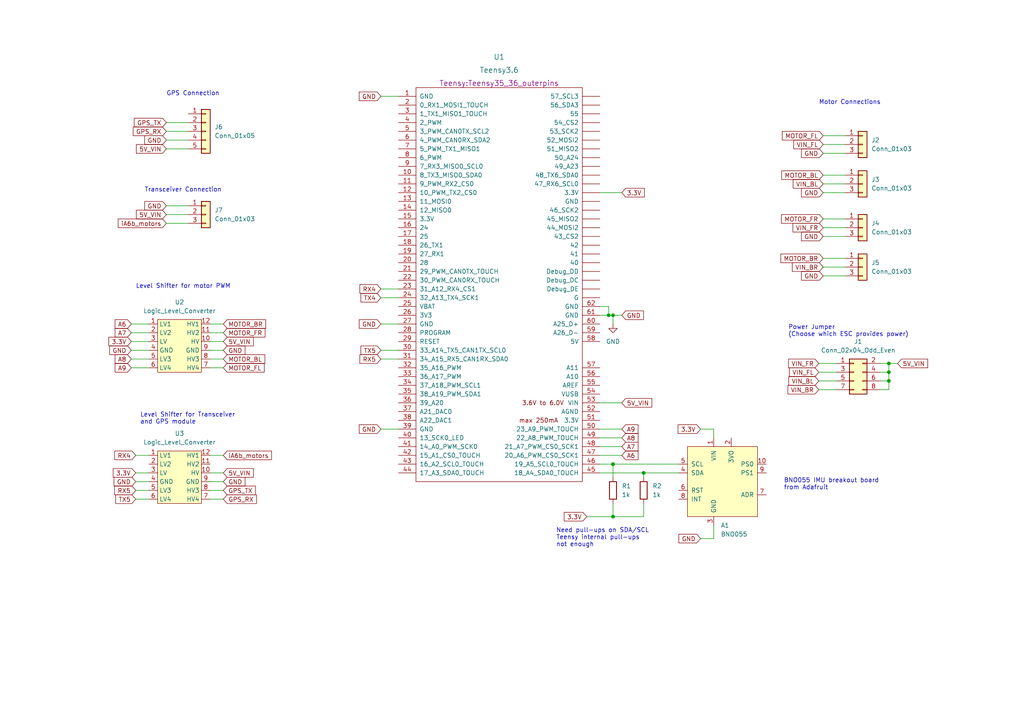
<source format=kicad_sch>
(kicad_sch (version 20211123) (generator eeschema)
  (paper "A4")
  (lib_symbols
    (symbol "Connector_Generic:Conn_01x03" (pin_names (offset 1.016) hide)
      (property "Reference" "J" (at 0 5.08 0))
      (property "Value" "Conn_01x03" (at 0 -5.08 0))
      (symbol "Conn_01x03_1_1"
        (rectangle (start -1.27 -2.413) (end 0 -2.667) (stroke (width 0.1524)))
        (rectangle (start -1.27 0.127) (end 0 -0.127) (stroke (width 0.1524)))
        (rectangle (start -1.27 2.667) (end 0 2.413) (stroke (width 0.1524)))
        (rectangle (start -1.27 3.81) (end 1.27 -3.81) (stroke (width 0.254)) (fill (type background)))
        (pin passive line (at -5.08 2.54 0) (length 3.81) (name "Pin_1") (number "1"))
        (pin passive line (at -5.08 0 0) (length 3.81) (name "Pin_2") (number "2"))
        (pin passive line (at -5.08 -2.54 0) (length 3.81) (name "Pin_3") (number "3"))
      )
    )
    (symbol "Connector_Generic:Conn_01x05" (pin_names (offset 1.016) hide)
      (property "Reference" "J" (at 0 7.62 0))
      (property "Value" "Conn_01x05" (at 0 -7.62 0))
      (symbol "Conn_01x05_1_1"
        (rectangle (start -1.27 -4.953) (end 0 -5.207) (stroke (width 0.1524)))
        (rectangle (start -1.27 -2.413) (end 0 -2.667) (stroke (width 0.1524)))
        (rectangle (start -1.27 0.127) (end 0 -0.127) (stroke (width 0.1524)))
        (rectangle (start -1.27 2.667) (end 0 2.413) (stroke (width 0.1524)))
        (rectangle (start -1.27 5.207) (end 0 4.953) (stroke (width 0.1524)))
        (rectangle (start -1.27 6.35) (end 1.27 -6.35) (stroke (width 0.254)) (fill (type background)))
        (pin passive line (at -5.08 5.08 0) (length 3.81) (name "Pin_1") (number "1"))
        (pin passive line (at -5.08 2.54 0) (length 3.81) (name "Pin_2") (number "2"))
        (pin passive line (at -5.08 0 0) (length 3.81) (name "Pin_3") (number "3"))
        (pin passive line (at -5.08 -2.54 0) (length 3.81) (name "Pin_4") (number "4"))
        (pin passive line (at -5.08 -5.08 0) (length 3.81) (name "Pin_5") (number "5"))
      )
    )
    (symbol "Connector_Generic:Conn_02x04_Odd_Even" (pin_names (offset 1.016) hide)
      (property "Reference" "J" (at 1.27 5.08 0))
      (property "Value" "Conn_02x04_Odd_Even" (at 1.27 -7.62 0))
      (symbol "Conn_02x04_Odd_Even_1_1"
        (rectangle (start -1.27 -4.953) (end 0 -5.207) (stroke (width 0.1524)))
        (rectangle (start -1.27 -2.413) (end 0 -2.667) (stroke (width 0.1524)))
        (rectangle (start -1.27 0.127) (end 0 -0.127) (stroke (width 0.1524)))
        (rectangle (start -1.27 2.667) (end 0 2.413) (stroke (width 0.1524)))
        (rectangle (start -1.27 3.81) (end 3.81 -6.35) (stroke (width 0.254)) (fill (type background)))
        (rectangle (start 3.81 -4.953) (end 2.54 -5.207) (stroke (width 0.1524)))
        (rectangle (start 3.81 -2.413) (end 2.54 -2.667) (stroke (width 0.1524)))
        (rectangle (start 3.81 0.127) (end 2.54 -0.127) (stroke (width 0.1524)))
        (rectangle (start 3.81 2.667) (end 2.54 2.413) (stroke (width 0.1524)))
        (pin passive line (at -5.08 2.54 0) (length 3.81) (name "Pin_1") (number "1"))
        (pin passive line (at 7.62 2.54 180) (length 3.81) (name "Pin_2") (number "2"))
        (pin passive line (at -5.08 0 0) (length 3.81) (name "Pin_3") (number "3"))
        (pin passive line (at 7.62 0 180) (length 3.81) (name "Pin_4") (number "4"))
        (pin passive line (at -5.08 -2.54 0) (length 3.81) (name "Pin_5") (number "5"))
        (pin passive line (at 7.62 -2.54 180) (length 3.81) (name "Pin_6") (number "6"))
        (pin passive line (at -5.08 -5.08 0) (length 3.81) (name "Pin_7") (number "7"))
        (pin passive line (at 7.62 -5.08 180) (length 3.81) (name "Pin_8") (number "8"))
      )
    )
    (symbol "Device:R" (pin_numbers hide) (pin_names (offset 0))
      (property "Reference" "R" (at 2.032 0 90))
      (property "Value" "R" (at 0 0 90))
      (symbol "R_0_1"
        (rectangle (start -1.016 -2.54) (end 1.016 2.54) (stroke (width 0.254)))
      )
      (symbol "R_1_1"
        (pin passive line (at 0 3.81 270) (length 1.27) (name "~") (number "1"))
        (pin passive line (at 0 -3.81 90) (length 1.27) (name "~") (number "2"))
      )
    )
    (symbol "KleiCad:Logic_Level_Converter"
      (property "Reference" "U?" (at 0 3.81 0))
      (property "Value" "Logic_Level_Converter" (at 0 1.27 0))
      (symbol "Logic_Level_Converter_0_1"
        (rectangle (start -6.35 -1.27) (end 6.35 -16.51) (fill (type background)))
      )
      (symbol "Logic_Level_Converter_1_1"
        (pin bidirectional line (at -8.89 -2.54 0) (length 2.54) (name "LV1") (number "1"))
        (pin power_in line (at 8.89 -7.62 180) (length 2.54) (name "HV") (number "10"))
        (pin bidirectional line (at 8.89 -5.08 180) (length 2.54) (name "HV2") (number "11"))
        (pin bidirectional line (at 8.89 -2.54 180) (length 2.54) (name "HV1") (number "12"))
        (pin bidirectional line (at -8.89 -5.08 0) (length 2.54) (name "LV2") (number "2"))
        (pin power_in line (at -8.89 -7.62 0) (length 2.54) (name "LV") (number "3"))
        (pin input line (at -8.89 -10.16 0) (length 2.54) (name "GND") (number "4"))
        (pin bidirectional line (at -8.89 -12.7 0) (length 2.54) (name "LV3") (number "5"))
        (pin bidirectional line (at -8.89 -15.24 0) (length 2.54) (name "LV4") (number "6"))
        (pin bidirectional line (at 8.89 -15.24 180) (length 2.54) (name "HV4") (number "7"))
        (pin bidirectional line (at 8.89 -12.7 180) (length 2.54) (name "HV3") (number "8"))
        (pin input line (at 8.89 -10.16 180) (length 2.54) (name "GND") (number "9"))
      )
    )
    (symbol "SCR:BNO055" (pin_names (offset 1.016))
      (property "Reference" "A" (at -8.89 11.43 0))
      (property "Value" "BNO055" (at 0 0 0))
      (symbol "BNO055_0_1"
        (rectangle (start -10.16 10.16) (end 10.16 -10.16) (fill (type background)))
      )
      (symbol "BNO055_1_1"
        (pin power_in line (at -2.54 12.7 270) (length 2.54) (name "VIN") (number "1"))
        (pin input line (at 12.7 5.08 180) (length 2.54) (name "PS0") (number "10"))
        (pin power_out line (at 2.54 12.7 270) (length 2.54) (name "3VO") (number "2"))
        (pin power_in line (at -2.54 -12.7 90) (length 2.54) (name "GND") (number "3"))
        (pin bidirectional line (at -12.7 2.54 0) (length 2.54) (name "SDA") (number "4"))
        (pin bidirectional line (at -12.7 5.08 0) (length 2.54) (name "SCL") (number "5"))
        (pin input line (at -12.7 -2.54 0) (length 2.54) (name "RST") (number "6"))
        (pin input line (at 12.7 -3.81 180) (length 2.54) (name "ADR") (number "7"))
        (pin output line (at -12.7 -5.08 0) (length 2.54) (name "INT") (number "8"))
        (pin input line (at 12.7 2.54 180) (length 2.54) (name "PS1") (number "9"))
      )
    )
    (symbol "Teensy:Teensy3.6" (pin_names (offset 1.016))
      (property "Reference" "U" (at 0 59.69 0))
      (property "Value" "Teensy3.6" (at 0 -59.69 0))
      (symbol "Teensy3.6_0_0"
        (rectangle (start -24.13 57.15) (end 24.13 -57.15))
        (text "3.6V to 6.0V" (at 12.7 -34.29 0) (effects (font (size 1.27 1.27))))
        (text "max 250mA" (at 11.43 -39.37 0) (effects (font (size 1.27 1.27))))
      )
      (symbol "Teensy3.6_1_1"
        (pin power_in line (at -29.21 54.61 0) (length 5.08) (name "GND") (number "1"))
        (pin bidirectional line (at -29.21 31.75 0) (length 5.08) (name "8_TX3_MISO0_SDA0") (number "10"))
        (pin bidirectional line (at -29.21 29.21 0) (length 5.08) (name "9_PWM_RX2_CS0") (number "11"))
        (pin bidirectional line (at -29.21 26.67 0) (length 5.08) (name "10_PWM_TX2_CS0") (number "12"))
        (pin bidirectional line (at -29.21 24.13 0) (length 5.08) (name "11_MOSI0") (number "13"))
        (pin bidirectional line (at -29.21 21.59 0) (length 5.08) (name "12_MISO0") (number "14"))
        (pin power_in line (at -29.21 19.05 0) (length 5.08) (name "3.3V") (number "15"))
        (pin bidirectional line (at -29.21 16.51 0) (length 5.08) (name "24") (number "16"))
        (pin bidirectional line (at -29.21 13.97 0) (length 5.08) (name "25") (number "17"))
        (pin bidirectional line (at -29.21 11.43 0) (length 5.08) (name "26_TX1") (number "18"))
        (pin bidirectional line (at -29.21 8.89 0) (length 5.08) (name "27_RX1") (number "19"))
        (pin bidirectional line (at -29.21 52.07 0) (length 5.08) (name "0_RX1_MOSI1_TOUCH") (number "2"))
        (pin bidirectional line (at -29.21 6.35 0) (length 5.08) (name "28") (number "20"))
        (pin bidirectional line (at -29.21 3.81 0) (length 5.08) (name "29_PWM_CAN0TX_TOUCH") (number "21"))
        (pin bidirectional line (at -29.21 1.27 0) (length 5.08) (name "30_PWM_CAN0RX_TOUCH") (number "22"))
        (pin bidirectional line (at -29.21 -1.27 0) (length 5.08) (name "31_A12_RX4_CS1") (number "23"))
        (pin bidirectional line (at -29.21 -3.81 0) (length 5.08) (name "32_A13_TX4_SCK1") (number "24"))
        (pin power_in line (at -29.21 -6.35 0) (length 5.08) (name "VBAT") (number "25"))
        (pin power_in line (at -29.21 -8.89 0) (length 5.08) (name "3V3") (number "26"))
        (pin power_in line (at -29.21 -11.43 0) (length 5.08) (name "GND") (number "27"))
        (pin input line (at -29.21 -13.97 0) (length 5.08) (name "PROGRAM") (number "28"))
        (pin input line (at -29.21 -16.51 0) (length 5.08) (name "RESET") (number "29"))
        (pin bidirectional line (at -29.21 49.53 0) (length 5.08) (name "1_TX1_MISO1_TOUCH") (number "3"))
        (pin bidirectional line (at -29.21 -19.05 0) (length 5.08) (name "33_A14_TX5_CAN1TX_SCL0") (number "30"))
        (pin bidirectional line (at -29.21 -21.59 0) (length 5.08) (name "34_A15_RX5_CAN1RX_SDA0") (number "31"))
        (pin bidirectional line (at -29.21 -24.13 0) (length 5.08) (name "35_A16_PWM") (number "32"))
        (pin bidirectional line (at -29.21 -26.67 0) (length 5.08) (name "36_A17_PWM") (number "33"))
        (pin bidirectional line (at -29.21 -29.21 0) (length 5.08) (name "37_A18_PWM_SCL1") (number "34"))
        (pin bidirectional line (at -29.21 -31.75 0) (length 5.08) (name "38_A19_PWM_SDA1") (number "35"))
        (pin bidirectional line (at -29.21 -34.29 0) (length 5.08) (name "39_A20") (number "36"))
        (pin bidirectional line (at -29.21 -36.83 0) (length 5.08) (name "A21_DAC0") (number "37"))
        (pin bidirectional line (at -29.21 -39.37 0) (length 5.08) (name "A22_DAC1") (number "38"))
        (pin power_in line (at -29.21 -41.91 0) (length 5.08) (name "GND") (number "39"))
        (pin bidirectional line (at -29.21 46.99 0) (length 5.08) (name "2_PWM") (number "4"))
        (pin bidirectional line (at -29.21 -44.45 0) (length 5.08) (name "13_SCK0_LED") (number "40"))
        (pin bidirectional line (at -29.21 -46.99 0) (length 5.08) (name "14_A0_PWM_SCK0") (number "41"))
        (pin bidirectional line (at -29.21 -49.53 0) (length 5.08) (name "15_A1_CS0_TOUCH") (number "42"))
        (pin bidirectional line (at -29.21 -52.07 0) (length 5.08) (name "16_A2_SCL0_TOUCH") (number "43"))
        (pin bidirectional line (at -29.21 -54.61 0) (length 5.08) (name "17_A3_SDA0_TOUCH") (number "44"))
        (pin bidirectional line (at 29.21 -54.61 180) (length 5.08) (name "18_A4_SDA0_TOUCH") (number "45"))
        (pin bidirectional line (at 29.21 -52.07 180) (length 5.08) (name "19_A5_SCL0_TOUCH") (number "46"))
        (pin bidirectional line (at 29.21 -49.53 180) (length 5.08) (name "20_A6_PWM_CS0_SCK1") (number "47"))
        (pin bidirectional line (at 29.21 -46.99 180) (length 5.08) (name "21_A7_PWM_CS0_SCK1") (number "48"))
        (pin bidirectional line (at 29.21 -44.45 180) (length 5.08) (name "22_A8_PWM_TOUCH") (number "49"))
        (pin bidirectional line (at -29.21 44.45 0) (length 5.08) (name "3_PWM_CAN0TX_SCL2") (number "5"))
        (pin bidirectional line (at 29.21 -41.91 180) (length 5.08) (name "23_A9_PWM_TOUCH") (number "50"))
        (pin power_out line (at 29.21 -39.37 180) (length 5.08) (name "3.3V") (number "51"))
        (pin power_out line (at 29.21 -36.83 180) (length 5.08) (name "AGND") (number "52"))
        (pin power_in line (at 29.21 -34.29 180) (length 5.08) (name "VIN") (number "53"))
        (pin power_in line (at 29.21 -31.75 180) (length 5.08) (name "VUSB") (number "54"))
        (pin input line (at 29.21 -29.21 180) (length 5.08) (name "AREF") (number "55"))
        (pin bidirectional line (at 29.21 -26.67 180) (length 5.08) (name "A10") (number "56"))
        (pin bidirectional line (at 29.21 -24.13 180) (length 5.08) (name "A11") (number "57"))
        (pin power_in line (at 29.21 -16.51 180) (length 5.08) (name "5V") (number "58"))
        (pin bidirectional line (at 29.21 -13.97 180) (length 5.08) (name "A26_D-") (number "59"))
        (pin bidirectional line (at -29.21 41.91 0) (length 5.08) (name "4_PWM_CAN0RX_SDA2") (number "6"))
        (pin bidirectional line (at 29.21 -11.43 180) (length 5.08) (name "A25_D+") (number "60"))
        (pin power_in line (at 29.21 -8.89 180) (length 5.08) (name "GND") (number "61"))
        (pin power_in line (at 29.21 -6.35 180) (length 5.08) (name "GND") (number "62"))
        (pin bidirectional line (at -29.21 39.37 0) (length 5.08) (name "5_PWM_TX1_MISO1") (number "7"))
        (pin bidirectional line (at -29.21 36.83 0) (length 5.08) (name "6_PWM") (number "8"))
        (pin bidirectional line (at -29.21 34.29 0) (length 5.08) (name "7_RX3_MISO0_SCL0") (number "9"))
        (pin power_in line (at 29.21 26.67 180) (length 5.08) (name "3.3V") (number "~"))
        (pin bidirectional line (at 29.21 6.35 180) (length 5.08) (name "40") (number "~"))
        (pin bidirectional line (at 29.21 8.89 180) (length 5.08) (name "41") (number "~"))
        (pin bidirectional line (at 29.21 11.43 180) (length 5.08) (name "42") (number "~"))
        (pin bidirectional line (at 29.21 13.97 180) (length 5.08) (name "43_CS2") (number "~"))
        (pin bidirectional line (at 29.21 16.51 180) (length 5.08) (name "44_MOSI2") (number "~"))
        (pin bidirectional line (at 29.21 19.05 180) (length 5.08) (name "45_MISO2") (number "~"))
        (pin bidirectional line (at 29.21 21.59 180) (length 5.08) (name "46_SCK2") (number "~"))
        (pin bidirectional line (at 29.21 29.21 180) (length 5.08) (name "47_RX6_SCL0") (number "~"))
        (pin bidirectional line (at 29.21 31.75 180) (length 5.08) (name "48_TX6_SDA0") (number "~"))
        (pin bidirectional line (at 29.21 34.29 180) (length 5.08) (name "49_A23") (number "~"))
        (pin bidirectional line (at 29.21 36.83 180) (length 5.08) (name "50_A24") (number "~"))
        (pin bidirectional line (at 29.21 39.37 180) (length 5.08) (name "51_MISO2") (number "~"))
        (pin bidirectional line (at 29.21 41.91 180) (length 5.08) (name "52_MOSI2") (number "~"))
        (pin bidirectional line (at 29.21 44.45 180) (length 5.08) (name "53_SCK2") (number "~"))
        (pin bidirectional line (at 29.21 46.99 180) (length 5.08) (name "54_CS2") (number "~"))
        (pin bidirectional line (at 29.21 49.53 180) (length 5.08) (name "55") (number "~"))
        (pin bidirectional line (at 29.21 52.07 180) (length 5.08) (name "56_SDA3") (number "~"))
        (pin bidirectional line (at 29.21 54.61 180) (length 5.08) (name "57_SCL3") (number "~"))
        (pin input line (at 29.21 1.27 180) (length 5.08) (name "Debug_DC") (number "~"))
        (pin input line (at 29.21 3.81 180) (length 5.08) (name "Debug_DD") (number "~"))
        (pin input line (at 29.21 -1.27 180) (length 5.08) (name "Debug_DE") (number "~"))
        (pin power_in line (at 29.21 -3.81 180) (length 5.08) (name "G") (number "~"))
        (pin power_in line (at 29.21 24.13 180) (length 5.08) (name "GND") (number "~"))
      )
    )
    (symbol "power:GND" (power) (pin_names (offset 0))
      (property "Value" "GND" (at 0 -3.81 0))
      (symbol "GND_0_1"
        (polyline (pts (xy 0 0) (xy 0 -1.27) (xy 1.27 -1.27) (xy 0 -2.54) (xy -1.27 -1.27) (xy 0 -1.27)))
      )
      (symbol "GND_1_1"
        (pin power_in line (at 0 0 270) (length 0) hide (name "GND") (number "1"))
      )
    )
  )
  (junction (at 257.81 107.95))
  (junction (at 257.81 110.49))
  (junction (at 186.69 137.16))
  (junction (at 257.81 105.41))
  (junction (at 177.8 91.44))
  (junction (at 177.8 134.62))
  (junction (at 176.53 91.44))
  (junction (at 177.8 149.86))
  (wire (pts (xy 257.81 113.03) (xy 257.81 110.49)))
  (wire (pts (xy 173.99 134.62) (xy 177.8 134.62)))
  (wire (pts (xy 177.8 134.62) (xy 196.85 134.62)))
  (wire (pts (xy 60.96 101.6) (xy 64.77 101.6)))
  (wire (pts (xy 238.76 55.88) (xy 245.11 55.88)))
  (wire (pts (xy 173.99 127) (xy 180.34 127)))
  (wire (pts (xy 238.76 77.47) (xy 245.11 77.47)))
  (wire (pts (xy 238.76 74.93) (xy 245.11 74.93)))
  (wire (pts (xy 207.01 124.46) (xy 207.01 127)))
  (wire (pts (xy 110.49 104.14) (xy 115.57 104.14)))
  (wire (pts (xy 173.99 137.16) (xy 186.69 137.16)))
  (wire (pts (xy 237.49 113.03) (xy 242.57 113.03)))
  (wire (pts (xy 255.27 107.95) (xy 257.81 107.95)))
  (wire (pts (xy 48.26 38.1) (xy 54.61 38.1)))
  (wire (pts (xy 238.76 66.04) (xy 245.11 66.04)))
  (wire (pts (xy 238.76 63.5) (xy 245.11 63.5)))
  (wire (pts (xy 177.8 149.86) (xy 177.8 146.05)))
  (wire (pts (xy 237.49 107.95) (xy 242.57 107.95)))
  (wire (pts (xy 39.37 144.78) (xy 43.18 144.78)))
  (wire (pts (xy 173.99 124.46) (xy 180.34 124.46)))
  (wire (pts (xy 39.37 132.08) (xy 43.18 132.08)))
  (wire (pts (xy 48.26 59.69) (xy 54.61 59.69)))
  (wire (pts (xy 207.01 156.21) (xy 207.01 152.4)))
  (wire (pts (xy 203.2 124.46) (xy 207.01 124.46)))
  (wire (pts (xy 60.96 137.16) (xy 64.77 137.16)))
  (wire (pts (xy 173.99 132.08) (xy 180.34 132.08)))
  (wire (pts (xy 238.76 50.8) (xy 245.11 50.8)))
  (wire (pts (xy 39.37 142.24) (xy 43.18 142.24)))
  (wire (pts (xy 39.37 137.16) (xy 43.18 137.16)))
  (wire (pts (xy 238.76 44.45) (xy 245.11 44.45)))
  (wire (pts (xy 257.81 105.41) (xy 260.35 105.41)))
  (wire (pts (xy 203.2 156.21) (xy 207.01 156.21)))
  (wire (pts (xy 186.69 137.16) (xy 196.85 137.16)))
  (wire (pts (xy 110.49 86.36) (xy 115.57 86.36)))
  (wire (pts (xy 237.49 105.41) (xy 242.57 105.41)))
  (wire (pts (xy 177.8 149.86) (xy 186.69 149.86)))
  (wire (pts (xy 110.49 124.46) (xy 115.57 124.46)))
  (wire (pts (xy 48.26 35.56) (xy 54.61 35.56)))
  (wire (pts (xy 170.18 149.86) (xy 177.8 149.86)))
  (wire (pts (xy 60.96 106.68) (xy 64.77 106.68)))
  (wire (pts (xy 60.96 139.7) (xy 64.77 139.7)))
  (wire (pts (xy 237.49 110.49) (xy 242.57 110.49)))
  (wire (pts (xy 176.53 88.9) (xy 176.53 91.44)))
  (wire (pts (xy 110.49 27.94) (xy 115.57 27.94)))
  (wire (pts (xy 38.1 101.6) (xy 43.18 101.6)))
  (wire (pts (xy 177.8 134.62) (xy 177.8 138.43)))
  (wire (pts (xy 39.37 139.7) (xy 43.18 139.7)))
  (wire (pts (xy 173.99 116.84) (xy 180.34 116.84)))
  (wire (pts (xy 173.99 91.44) (xy 176.53 91.44)))
  (wire (pts (xy 38.1 99.06) (xy 43.18 99.06)))
  (wire (pts (xy 176.53 91.44) (xy 177.8 91.44)))
  (wire (pts (xy 173.99 129.54) (xy 180.34 129.54)))
  (wire (pts (xy 48.26 43.18) (xy 54.61 43.18)))
  (wire (pts (xy 238.76 41.91) (xy 245.11 41.91)))
  (wire (pts (xy 257.81 105.41) (xy 257.81 107.95)))
  (wire (pts (xy 60.96 132.08) (xy 64.77 132.08)))
  (wire (pts (xy 173.99 88.9) (xy 176.53 88.9)))
  (wire (pts (xy 186.69 137.16) (xy 186.69 138.43)))
  (wire (pts (xy 60.96 93.98) (xy 64.77 93.98)))
  (wire (pts (xy 48.26 64.77) (xy 54.61 64.77)))
  (wire (pts (xy 238.76 39.37) (xy 245.11 39.37)))
  (wire (pts (xy 110.49 93.98) (xy 115.57 93.98)))
  (wire (pts (xy 255.27 105.41) (xy 257.81 105.41)))
  (wire (pts (xy 38.1 104.14) (xy 43.18 104.14)))
  (wire (pts (xy 110.49 83.82) (xy 115.57 83.82)))
  (wire (pts (xy 38.1 106.68) (xy 43.18 106.68)))
  (wire (pts (xy 38.1 93.98) (xy 43.18 93.98)))
  (wire (pts (xy 38.1 96.52) (xy 43.18 96.52)))
  (wire (pts (xy 60.96 144.78) (xy 64.77 144.78)))
  (wire (pts (xy 238.76 53.34) (xy 245.11 53.34)))
  (wire (pts (xy 186.69 146.05) (xy 186.69 149.86)))
  (wire (pts (xy 60.96 99.06) (xy 64.77 99.06)))
  (wire (pts (xy 60.96 142.24) (xy 64.77 142.24)))
  (wire (pts (xy 257.81 107.95) (xy 257.81 110.49)))
  (wire (pts (xy 173.99 55.88) (xy 180.34 55.88)))
  (wire (pts (xy 60.96 96.52) (xy 64.77 96.52)))
  (wire (pts (xy 110.49 101.6) (xy 115.57 101.6)))
  (wire (pts (xy 177.8 91.44) (xy 180.34 91.44)))
  (wire (pts (xy 48.26 40.64) (xy 54.61 40.64)))
  (wire (pts (xy 60.96 104.14) (xy 64.77 104.14)))
  (wire (pts (xy 48.26 62.23) (xy 54.61 62.23)))
  (wire (pts (xy 238.76 80.01) (xy 245.11 80.01)))
  (wire (pts (xy 238.76 68.58) (xy 245.11 68.58)))
  (wire (pts (xy 177.8 91.44) (xy 177.8 93.98)))
  (wire (pts (xy 255.27 110.49) (xy 257.81 110.49)))
  (wire (pts (xy 255.27 113.03) (xy 257.81 113.03)))
  (text "Need pull-ups on SDA/SCL\nTeensy internal pull-ups \nnot enough" (at 161.29 158.75 0) (effects (font (size 1.27 1.27)) (justify left bottom)))
  (text "Transceiver Connection" (at 41.91 55.88 0) (effects (font (size 1.27 1.27)) (justify left bottom)))
  (text "Level Shifter for motor PWM" (at 39.37 83.82 0) (effects (font (size 1.27 1.27)) (justify left bottom)))
  (text "Power Jumper\n(Choose which ESC provides power)" (at 228.6 97.79 0) (effects (font (size 1.27 1.27)) (justify left bottom)))
  (text "Level Shifter for Transceiver\nand GPS module" (at 40.64 123.19 0) (effects (font (size 1.27 1.27)) (justify left bottom)))
  (text "BNO055 IMU breakout board\nfrom Adafruit" (at 227.33 142.24 0) (effects (font (size 1.27 1.27)) (justify left bottom)))
  (text "Motor Connections" (at 237.49 30.48 0) (effects (font (size 1.27 1.27)) (justify left bottom)))
  (text "GPS Connection" (at 48.26 27.94 0) (effects (font (size 1.27 1.27)) (justify left bottom)))
  (global_label "GPS_RX" (shape input) (at 64.77 144.78 0) (property "Intersheet References" "${INTERSHEET_REFS}" (effects hide)))
  (global_label "A7" (shape input) (at 38.1 96.52 180) (property "Intersheet References" "${INTERSHEET_REFS}" (effects hide)))
  (global_label "TX5" (shape input) (at 110.49 101.6 180) (property "Intersheet References" "${INTERSHEET_REFS}" (effects hide)))
  (global_label "GND" (shape input) (at 238.76 44.45 180) (property "Intersheet References" "${INTERSHEET_REFS}" (effects hide)))
  (global_label "VIN_BL" (shape input) (at 238.76 53.34 180) (property "Intersheet References" "${INTERSHEET_REFS}" (effects hide)))
  (global_label "GND" (shape input) (at 180.34 91.44 0) (property "Intersheet References" "${INTERSHEET_REFS}" (effects hide)))
  (global_label "A7" (shape input) (at 180.34 129.54 0) (property "Intersheet References" "${INTERSHEET_REFS}" (effects hide)))
  (global_label "VIN_FL" (shape input) (at 238.76 41.91 180) (property "Intersheet References" "${INTERSHEET_REFS}" (effects hide)))
  (global_label "TX5" (shape input) (at 39.37 144.78 180) (property "Intersheet References" "${INTERSHEET_REFS}" (effects hide)))
  (global_label "MOTOR_BL" (shape input) (at 238.76 50.8 180) (property "Intersheet References" "${INTERSHEET_REFS}" (effects hide)))
  (global_label "GND" (shape input) (at 48.26 59.69 180) (property "Intersheet References" "${INTERSHEET_REFS}" (effects hide)))
  (global_label "GPS_RX" (shape input) (at 48.26 38.1 180) (property "Intersheet References" "${INTERSHEET_REFS}" (effects hide)))
  (global_label "VIN_BL" (shape input) (at 237.49 110.49 180) (property "Intersheet References" "${INTERSHEET_REFS}" (effects hide)))
  (global_label "GPS_TX" (shape input) (at 64.77 142.24 0) (property "Intersheet References" "${INTERSHEET_REFS}" (effects hide)))
  (global_label "A8" (shape input) (at 180.34 127 0) (property "Intersheet References" "${INTERSHEET_REFS}" (effects hide)))
  (global_label "GND" (shape input) (at 110.49 93.98 180) (property "Intersheet References" "${INTERSHEET_REFS}" (effects hide)))
  (global_label "5V_VIN" (shape input) (at 180.34 116.84 0) (property "Intersheet References" "${INTERSHEET_REFS}" (effects hide)))
  (global_label "3.3V" (shape input) (at 180.34 55.88 0) (property "Intersheet References" "${INTERSHEET_REFS}" (effects hide)))
  (global_label "A8" (shape input) (at 38.1 104.14 180) (property "Intersheet References" "${INTERSHEET_REFS}" (effects hide)))
  (global_label "GND" (shape input) (at 110.49 27.94 180) (property "Intersheet References" "${INTERSHEET_REFS}" (effects hide)))
  (global_label "iA6b_motors" (shape input) (at 48.26 64.77 180) (property "Intersheet References" "${INTERSHEET_REFS}" (effects hide)))
  (global_label "RX4" (shape input) (at 110.49 83.82 180) (property "Intersheet References" "${INTERSHEET_REFS}" (effects hide)))
  (global_label "MOTOR_BL" (shape input) (at 64.77 104.14 0) (property "Intersheet References" "${INTERSHEET_REFS}" (effects hide)))
  (global_label "MOTOR_FL" (shape input) (at 238.76 39.37 180) (property "Intersheet References" "${INTERSHEET_REFS}" (effects hide)))
  (global_label "MOTOR_BR" (shape input) (at 238.76 74.93 180) (property "Intersheet References" "${INTERSHEET_REFS}" (effects hide)))
  (global_label "3.3V" (shape input) (at 170.18 149.86 180) (property "Intersheet References" "${INTERSHEET_REFS}" (effects hide)))
  (global_label "A9" (shape input) (at 180.34 124.46 0) (property "Intersheet References" "${INTERSHEET_REFS}" (effects hide)))
  (global_label "5V_VIN" (shape input) (at 260.35 105.41 0) (property "Intersheet References" "${INTERSHEET_REFS}" (effects hide)))
  (global_label "VIN_FR" (shape input) (at 238.76 66.04 180) (property "Intersheet References" "${INTERSHEET_REFS}" (effects hide)))
  (global_label "GND" (shape input) (at 64.77 101.6 0) (property "Intersheet References" "${INTERSHEET_REFS}" (effects hide)))
  (global_label "GND" (shape input) (at 48.26 40.64 180) (property "Intersheet References" "${INTERSHEET_REFS}" (effects hide)))
  (global_label "MOTOR_FL" (shape input) (at 64.77 106.68 0) (property "Intersheet References" "${INTERSHEET_REFS}" (effects hide)))
  (global_label "MOTOR_FR" (shape input) (at 64.77 96.52 0) (property "Intersheet References" "${INTERSHEET_REFS}" (effects hide)))
  (global_label "GND" (shape input) (at 203.2 156.21 180) (property "Intersheet References" "${INTERSHEET_REFS}" (effects hide)))
  (global_label "TX4" (shape input) (at 110.49 86.36 180) (property "Intersheet References" "${INTERSHEET_REFS}" (effects hide)))
  (global_label "A9" (shape input) (at 38.1 106.68 180) (property "Intersheet References" "${INTERSHEET_REFS}" (effects hide)))
  (global_label "3.3V" (shape input) (at 39.37 137.16 180) (property "Intersheet References" "${INTERSHEET_REFS}" (effects hide)))
  (global_label "3.3V" (shape input) (at 203.2 124.46 180) (property "Intersheet References" "${INTERSHEET_REFS}" (effects hide)))
  (global_label "VIN_FR" (shape input) (at 237.49 105.41 180) (property "Intersheet References" "${INTERSHEET_REFS}" (effects hide)))
  (global_label "5V_VIN" (shape input) (at 48.26 62.23 180) (property "Intersheet References" "${INTERSHEET_REFS}" (effects hide)))
  (global_label "RX5" (shape input) (at 110.49 104.14 180) (property "Intersheet References" "${INTERSHEET_REFS}" (effects hide)))
  (global_label "GND" (shape input) (at 39.37 139.7 180) (property "Intersheet References" "${INTERSHEET_REFS}" (effects hide)))
  (global_label "GND" (shape input) (at 38.1 101.6 180) (property "Intersheet References" "${INTERSHEET_REFS}" (effects hide)))
  (global_label "VIN_FL" (shape input) (at 237.49 107.95 180) (property "Intersheet References" "${INTERSHEET_REFS}" (effects hide)))
  (global_label "GND" (shape input) (at 64.77 139.7 0) (property "Intersheet References" "${INTERSHEET_REFS}" (effects hide)))
  (global_label "RX5" (shape input) (at 39.37 142.24 180) (property "Intersheet References" "${INTERSHEET_REFS}" (effects hide)))
  (global_label "3.3V" (shape input) (at 38.1 99.06 180) (property "Intersheet References" "${INTERSHEET_REFS}" (effects hide)))
  (global_label "A6" (shape input) (at 38.1 93.98 180) (property "Intersheet References" "${INTERSHEET_REFS}" (effects hide)))
  (global_label "iA6b_motors" (shape input) (at 64.77 132.08 0) (property "Intersheet References" "${INTERSHEET_REFS}" (effects hide)))
  (global_label "GND" (shape input) (at 238.76 55.88 180) (property "Intersheet References" "${INTERSHEET_REFS}" (effects hide)))
  (global_label "VIN_BR" (shape input) (at 237.49 113.03 180) (property "Intersheet References" "${INTERSHEET_REFS}" (effects hide)))
  (global_label "GND" (shape input) (at 238.76 80.01 180) (property "Intersheet References" "${INTERSHEET_REFS}" (effects hide)))
  (global_label "A6" (shape input) (at 180.34 132.08 0) (property "Intersheet References" "${INTERSHEET_REFS}" (effects hide)))
  (global_label "5V_VIN" (shape input) (at 48.26 43.18 180) (property "Intersheet References" "${INTERSHEET_REFS}" (effects hide)))
  (global_label "GPS_TX" (shape input) (at 48.26 35.56 180) (property "Intersheet References" "${INTERSHEET_REFS}" (effects hide)))
  (global_label "VIN_BR" (shape input) (at 238.76 77.47 180) (property "Intersheet References" "${INTERSHEET_REFS}" (effects hide)))
  (global_label "MOTOR_BR" (shape input) (at 64.77 93.98 0) (property "Intersheet References" "${INTERSHEET_REFS}" (effects hide)))
  (global_label "GND" (shape input) (at 238.76 68.58 180) (property "Intersheet References" "${INTERSHEET_REFS}" (effects hide)))
  (global_label "5V_VIN" (shape input) (at 64.77 99.06 0) (property "Intersheet References" "${INTERSHEET_REFS}" (effects hide)))
  (global_label "5V_VIN" (shape input) (at 64.77 137.16 0) (property "Intersheet References" "${INTERSHEET_REFS}" (effects hide)))
  (global_label "RX4" (shape input) (at 39.37 132.08 180) (property "Intersheet References" "${INTERSHEET_REFS}" (effects hide)))
  (global_label "GND" (shape input) (at 110.49 124.46 180) (property "Intersheet References" "${INTERSHEET_REFS}" (effects hide)))
  (global_label "MOTOR_FR" (shape input) (at 238.76 63.5 180) (property "Intersheet References" "${INTERSHEET_REFS}" (effects hide)))
  (symbol (lib_id "SCR:BNO055") (at 209.55 139.7 0) (unit 1)
    (property "Reference" "A1" (at 209.0294 152.4 0) (effects (justify left)))
    (property "Value" "BNO055" (at 209.0294 154.94 0) (effects (justify left)))
    (property "Footprint" "SCR:BNO055" (effects hide))
  )
  (symbol (lib_id "KleiCad:Logic_Level_Converter") (at 52.07 129.54 0) (unit 1)
    (property "Reference" "U3" (at 52.07 125.73 0))
    (property "Value" "Logic_Level_Converter" (at 52.07 128.27 0))
    (property "Footprint" "KleiCad:Logic_Level_Converter" (effects hide))
  )
  (symbol (lib_id "Connector_Generic:Conn_01x03") (at 250.19 41.91 0) (unit 1)
    (property "Reference" "J2" (at 252.73 40.6399 0) (effects (justify left)))
    (property "Value" "Conn_01x03" (at 252.73 43.1799 0) (effects (justify left)))
    (property "Footprint" "Connector_PinHeader_2.54mm:PinHeader_1x03_P2.54mm_Vertical" (effects hide))
  )
  (symbol (lib_id "Device:R") (at 177.8 142.24 0) (unit 1)
    (property "Reference" "R1" (at 180.34 140.9699 0) (effects (justify left)))
    (property "Value" "1k" (at 180.34 143.5099 0) (effects (justify left)))
    (property "Footprint" "Resistor_THT:R_Axial_DIN0207_L6.3mm_D2.5mm_P15.24mm_Horizontal" (effects hide))
  )
  (symbol (lib_id "Connector_Generic:Conn_01x03") (at 250.19 53.34 0) (unit 1)
    (property "Reference" "J3" (at 252.73 52.0699 0) (effects (justify left)))
    (property "Value" "Conn_01x03" (at 252.73 54.6099 0) (effects (justify left)))
    (property "Footprint" "Connector_PinHeader_2.54mm:PinHeader_1x03_P2.54mm_Vertical" (effects hide))
  )
  (symbol (lib_id "power:GND") (at 177.8 93.98 0) (unit 1)
    (property "Reference" "#PWR0101" (effects hide))
    (property "Value" "GND" (at 177.8 99.06 0))
  )
  (symbol (lib_id "Device:R") (at 186.69 142.24 0) (unit 1)
    (property "Reference" "R2" (at 189.23 140.9699 0) (effects (justify left)))
    (property "Value" "1k" (at 189.23 143.5099 0) (effects (justify left)))
    (property "Footprint" "Resistor_THT:R_Axial_DIN0207_L6.3mm_D2.5mm_P15.24mm_Horizontal" (effects hide))
  )
  (symbol (lib_id "Connector_Generic:Conn_01x05") (at 59.69 38.1 0) (unit 1)
    (property "Reference" "J6" (at 62.23 36.8299 0) (effects (justify left)))
    (property "Value" "Conn_01x05" (at 62.23 39.3699 0) (effects (justify left)))
    (property "Footprint" "Connector_PinSocket_2.54mm:PinSocket_1x05_P2.54mm_Vertical" (effects hide))
  )
  (symbol (lib_id "Teensy:Teensy3.6") (at 144.78 82.55 0) (unit 1)
    (property "Reference" "U1" (at 144.78 16.51 0) (effects (font (size 1.524 1.524))))
    (property "Value" "Teensy3.6" (at 144.78 20.32 0) (effects (font (size 1.524 1.524))))
    (property "Footprint" "Teensy:Teensy35_36_outerpins" (at 144.78 24.13 0) (effects (font (size 1.524 1.524))))
  )
  (symbol (lib_id "Connector_Generic:Conn_02x04_Odd_Even") (at 247.65 107.95 0) (unit 1)
    (property "Reference" "J1" (at 248.92 99.06 0))
    (property "Value" "Conn_02x04_Odd_Even" (at 248.92 101.6 0))
    (property "Footprint" "Connector_PinHeader_2.54mm:PinHeader_2x04_P2.54mm_Vertical" (effects hide))
  )
  (symbol (lib_id "KleiCad:Logic_Level_Converter") (at 52.07 91.44 0) (unit 1)
    (property "Reference" "U2" (at 52.07 87.63 0))
    (property "Value" "Logic_Level_Converter" (at 52.07 90.17 0))
    (property "Footprint" "KleiCad:Logic_Level_Converter" (effects hide))
  )
  (symbol (lib_id "Connector_Generic:Conn_01x03") (at 250.19 77.47 0) (unit 1)
    (property "Reference" "J5" (at 252.73 76.1999 0) (effects (justify left)))
    (property "Value" "Conn_01x03" (at 252.73 78.7399 0) (effects (justify left)))
    (property "Footprint" "Connector_PinHeader_2.54mm:PinHeader_1x03_P2.54mm_Vertical" (effects hide))
  )
  (symbol (lib_id "Connector_Generic:Conn_01x03") (at 59.69 62.23 0) (unit 1)
    (property "Reference" "J7" (at 62.23 60.9599 0) (effects (justify left)))
    (property "Value" "Conn_01x03" (at 62.23 63.4999 0) (effects (justify left)))
    (property "Footprint" "Connector_PinSocket_2.54mm:PinSocket_1x03_P2.54mm_Vertical" (effects hide))
  )
  (symbol (lib_id "Connector_Generic:Conn_01x03") (at 250.19 66.04 0) (unit 1)
    (property "Reference" "J4" (at 252.73 64.7699 0) (effects (justify left)))
    (property "Value" "Conn_01x03" (at 252.73 67.3099 0) (effects (justify left)))
    (property "Footprint" "Connector_PinHeader_2.54mm:PinHeader_1x03_P2.54mm_Vertical" (effects hide))
  )
)
</source>
